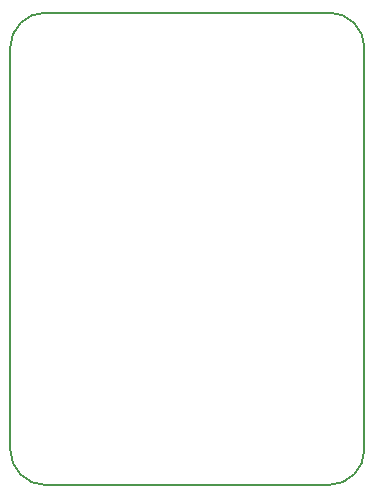
<source format=gbr>
G04 #@! TF.GenerationSoftware,KiCad,Pcbnew,5.0.0-fee4fd1~66~ubuntu16.04.1*
G04 #@! TF.CreationDate,2019-02-25T08:40:39-05:00*
G04 #@! TF.ProjectId,circuit,636972637569742E6B696361645F7063,rev?*
G04 #@! TF.SameCoordinates,Original*
G04 #@! TF.FileFunction,Profile,NP*
%FSLAX46Y46*%
G04 Gerber Fmt 4.6, Leading zero omitted, Abs format (unit mm)*
G04 Created by KiCad (PCBNEW 5.0.0-fee4fd1~66~ubuntu16.04.1) date Mon Feb 25 08:40:39 2019*
%MOMM*%
%LPD*%
G01*
G04 APERTURE LIST*
%ADD10C,0.200000*%
G04 APERTURE END LIST*
D10*
X210143400Y-74586754D02*
G75*
G02X213143400Y-77586754I0J-3000000D01*
G01*
X186143400Y-74586754D02*
X210143400Y-74586754D01*
X213143400Y-111586754D02*
X213143400Y-77586754D01*
X183143400Y-77586754D02*
G75*
G02X186143400Y-74586754I3000000J0D01*
G01*
X213143400Y-111586754D02*
G75*
G02X210143400Y-114586754I-3000000J0D01*
G01*
X186143400Y-114586754D02*
X210143400Y-114586754D01*
X186143400Y-114586754D02*
G75*
G02X183143400Y-111586754I0J3000000D01*
G01*
X183143400Y-111586754D02*
X183143400Y-77586754D01*
M02*

</source>
